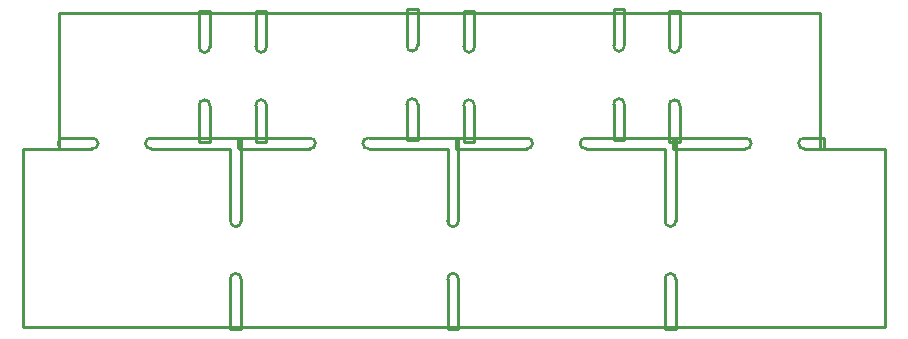
<source format=gko>
G04*
G04 #@! TF.GenerationSoftware,Altium Limited,Altium Designer,20.1.8 (145)*
G04*
G04 Layer_Color=16711935*
%FSLAX25Y25*%
%MOIN*%
G70*
G04*
G04 #@! TF.SameCoordinates,412804ED-27A4-4B33-A170-4839FA9A990F*
G04*
G04*
G04 #@! TF.FilePolarity,Positive*
G04*
G01*
G75*
%ADD14C,0.01000*%
D14*
X215354Y93504D02*
G03*
X218898Y93504I1772J-197D01*
G01*
Y73808D02*
G03*
X215354Y73808I-1772J197D01*
G01*
X196850Y93898D02*
G03*
X200394Y93898I1772J-197D01*
G01*
Y74202D02*
G03*
X196850Y74202I-1772J197D01*
G01*
X146850Y93504D02*
G03*
X150394Y93504I1772J-197D01*
G01*
Y73808D02*
G03*
X146850Y73808I-1772J197D01*
G01*
X127953Y93898D02*
G03*
X131496Y93898I1772J-197D01*
G01*
Y74202D02*
G03*
X127953Y74202I-1772J197D01*
G01*
X77559Y93504D02*
G03*
X81102Y93504I1772J-197D01*
G01*
Y73808D02*
G03*
X77559Y73808I-1772J197D01*
G01*
X62205D02*
G03*
X58661Y73808I-1772J197D01*
G01*
Y93504D02*
G03*
X62205Y93504I1772J-197D01*
G01*
X240748Y59449D02*
G03*
X240748Y62992I197J1772D01*
G01*
X260444D02*
G03*
X260444Y59449I-197J-1772D01*
G01*
X167913D02*
G03*
X167913Y62992I197J1772D01*
G01*
X144291Y59449D02*
G03*
X144291Y62992I-12916805J1772D01*
G01*
X187609D02*
G03*
X187609Y59449I-197J-1772D01*
G01*
X213976Y35433D02*
G03*
X217520Y35433I1772J-197D01*
G01*
Y15945D02*
G03*
X213976Y15945I-1772J197D01*
G01*
X95473Y59449D02*
G03*
X95473Y62992I197J1772D01*
G01*
X71850Y59449D02*
G03*
X71850Y62992I-12916805J1772D01*
G01*
X115168D02*
G03*
X115168Y59449I-197J-1772D01*
G01*
X141535Y35433D02*
G03*
X145079Y35433I1772J-197D01*
G01*
Y15945D02*
G03*
X141535Y15945I-1772J197D01*
G01*
X23031Y59449D02*
G03*
X23031Y62992I197J1772D01*
G01*
X12106D02*
G03*
X12106Y59449I5165J-1772D01*
G01*
X42727Y62992D02*
G03*
X42727Y59449I-197J-1772D01*
G01*
X69095Y35433D02*
G03*
X72638Y35433I1772J-197D01*
G01*
Y15945D02*
G03*
X69095Y15945I-1772J197D01*
G01*
X215354Y61811D02*
Y73808D01*
Y61811D02*
X218898D01*
Y73808D01*
X215354Y105512D02*
X218898D01*
X215354Y93504D02*
Y105512D01*
X218898Y93504D02*
Y105512D01*
X196850Y62205D02*
Y74202D01*
Y62205D02*
X200394D01*
Y74202D01*
X196850Y105905D02*
X200394D01*
X196850Y93898D02*
Y105905D01*
X200394Y93898D02*
Y105905D01*
X146850Y61811D02*
Y73808D01*
Y61811D02*
X150394D01*
Y73808D01*
X146850Y105512D02*
X150394D01*
X146850Y93504D02*
Y105512D01*
X150394Y93504D02*
Y105512D01*
X127953Y62205D02*
Y74202D01*
Y62205D02*
X131496D01*
Y74202D01*
X127953Y105905D02*
X131496D01*
X127953Y93898D02*
Y105905D01*
X131496Y93898D02*
Y105905D01*
X77559Y61811D02*
Y73808D01*
Y61811D02*
X81102D01*
Y73808D01*
X77559Y105512D02*
X81102D01*
X77559Y93504D02*
Y105512D01*
X81102Y93504D02*
Y105512D01*
X62205Y93504D02*
Y105512D01*
X58661Y93504D02*
Y105512D01*
X62205D01*
X62205Y61811D02*
Y73808D01*
X58661Y61811D02*
X62205D01*
X58661D02*
Y73808D01*
X265748Y59449D02*
X287402D01*
X265748D02*
Y104724D01*
X264567D02*
X265748D01*
X260444Y59449D02*
X266929D01*
Y62992D01*
X260444D02*
X266929D01*
X11811Y104724D02*
X264567D01*
X11811Y62992D02*
Y104724D01*
X0Y59449D02*
X11811D01*
Y62992D01*
X287402Y0D02*
Y59449D01*
X0Y0D02*
X287402D01*
X0D02*
Y59449D01*
X216535Y59449D02*
Y62992D01*
Y59449D02*
X240748D01*
X216535Y62992D02*
X240748D01*
X144291Y59449D02*
X167913D01*
X144291Y62992D02*
X167913D01*
X187609Y59449D02*
X213976D01*
Y35433D02*
Y59449D01*
X217520Y35433D02*
Y62599D01*
X187609Y62992D02*
X217520D01*
Y-787D02*
Y15945D01*
X213976Y-787D02*
Y15945D01*
Y-787D02*
X217520D01*
X71850Y59449D02*
X95473D01*
X71850Y62992D02*
X95473D01*
X115168Y59449D02*
X141535D01*
Y35433D02*
Y59449D01*
X145079Y35433D02*
Y62599D01*
X115168Y62992D02*
X145079D01*
Y-787D02*
Y15945D01*
X141535Y-787D02*
Y15945D01*
Y-787D02*
X145079D01*
X11811Y59449D02*
X23031D01*
X11811Y62992D02*
X23031D01*
X42727Y59449D02*
X69095D01*
Y35433D02*
Y59449D01*
X72638Y35433D02*
Y62599D01*
X42727Y62992D02*
X72638D01*
Y-787D02*
Y15945D01*
X69095Y-787D02*
Y15945D01*
Y-787D02*
X72638D01*
M02*

</source>
